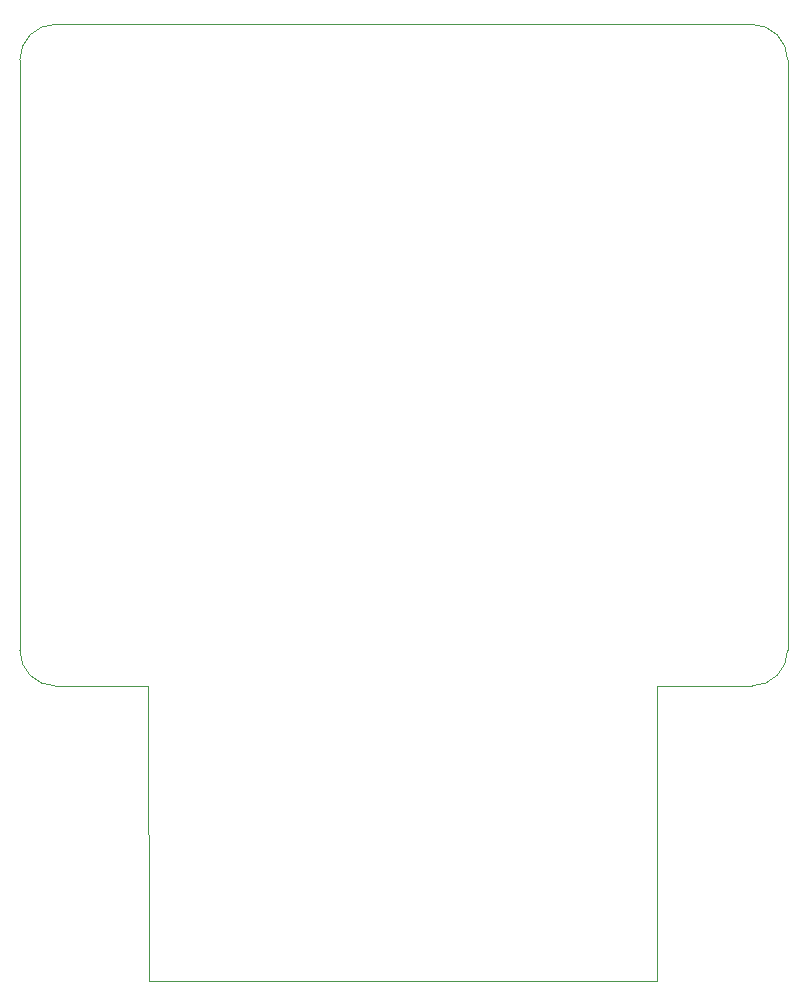
<source format=gbr>
G04 #@! TF.GenerationSoftware,KiCad,Pcbnew,5.0.1-33cea8e~68~ubuntu18.04.1*
G04 #@! TF.CreationDate,2019-02-10T11:00:50+00:00*
G04 #@! TF.ProjectId,LoRa-hat,4C6F52612D6861742E6B696361645F70,rev?*
G04 #@! TF.SameCoordinates,Original*
G04 #@! TF.FileFunction,Profile,NP*
%FSLAX46Y46*%
G04 Gerber Fmt 4.6, Leading zero omitted, Abs format (unit mm)*
G04 Created by KiCad (PCBNEW 5.0.1-33cea8e~68~ubuntu18.04.1) date Sun 10 Feb 2019 11:00:50 GMT*
%MOMM*%
%LPD*%
G01*
G04 APERTURE LIST*
%ADD10C,0.100000*%
G04 APERTURE END LIST*
D10*
X89440000Y-116820000D02*
X89500000Y-141840000D01*
X132500000Y-141850000D02*
X89500000Y-141840000D01*
X132500000Y-116830000D02*
X132500000Y-141850000D01*
X132500000Y-116830000D02*
X140546356Y-116830000D01*
X81530000Y-116820000D02*
X89440000Y-116820000D01*
X81546356Y-116817611D02*
G75*
G02X78546356Y-113817611I0J3000000D01*
G01*
X143546351Y-113822847D02*
G75*
G02X140546356Y-116817611I-2999995J5236D01*
G01*
X78546356Y-63817611D02*
X78546356Y-113817611D01*
X78546356Y-63817611D02*
G75*
G02X81546356Y-60817611I3000000J0D01*
G01*
X140546356Y-60817611D02*
X81546356Y-60817611D01*
X140546356Y-60817611D02*
G75*
G02X143546356Y-63817611I0J-3000000D01*
G01*
X143546356Y-113817611D02*
X143546356Y-63817611D01*
M02*

</source>
